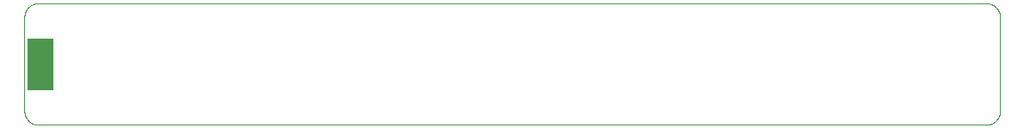
<source format=gbp>
G75*
%MOIN*%
%OFA0B0*%
%FSLAX25Y25*%
%IPPOS*%
%LPD*%
%AMOC8*
5,1,8,0,0,1.08239X$1,22.5*
%
%ADD10C,0.00000*%
%ADD11R,0.10000X0.20000*%
D10*
X0007412Y0020559D02*
X0374341Y0020559D01*
X0374341Y0020558D02*
X0374488Y0020560D01*
X0374634Y0020566D01*
X0374781Y0020576D01*
X0374927Y0020589D01*
X0375073Y0020607D01*
X0375218Y0020628D01*
X0375362Y0020653D01*
X0375506Y0020683D01*
X0375649Y0020715D01*
X0375791Y0020752D01*
X0375932Y0020793D01*
X0376072Y0020837D01*
X0376211Y0020885D01*
X0376348Y0020936D01*
X0376484Y0020992D01*
X0376619Y0021051D01*
X0376751Y0021113D01*
X0376883Y0021179D01*
X0377012Y0021248D01*
X0377139Y0021321D01*
X0377265Y0021397D01*
X0377388Y0021477D01*
X0377509Y0021560D01*
X0377628Y0021645D01*
X0377745Y0021735D01*
X0377859Y0021827D01*
X0377971Y0021922D01*
X0378080Y0022020D01*
X0378186Y0022121D01*
X0378290Y0022225D01*
X0378391Y0022331D01*
X0378489Y0022440D01*
X0378584Y0022552D01*
X0378676Y0022666D01*
X0378766Y0022783D01*
X0378851Y0022902D01*
X0378934Y0023023D01*
X0379014Y0023146D01*
X0379090Y0023272D01*
X0379163Y0023399D01*
X0379232Y0023528D01*
X0379298Y0023660D01*
X0379360Y0023792D01*
X0379419Y0023927D01*
X0379475Y0024063D01*
X0379526Y0024200D01*
X0379574Y0024339D01*
X0379618Y0024479D01*
X0379659Y0024620D01*
X0379696Y0024762D01*
X0379728Y0024905D01*
X0379758Y0025049D01*
X0379783Y0025193D01*
X0379804Y0025338D01*
X0379822Y0025484D01*
X0379835Y0025630D01*
X0379845Y0025777D01*
X0379851Y0025923D01*
X0379853Y0026070D01*
X0379853Y0062291D01*
X0379851Y0062438D01*
X0379845Y0062584D01*
X0379835Y0062731D01*
X0379822Y0062877D01*
X0379804Y0063023D01*
X0379783Y0063168D01*
X0379758Y0063312D01*
X0379728Y0063456D01*
X0379696Y0063599D01*
X0379659Y0063741D01*
X0379618Y0063882D01*
X0379574Y0064022D01*
X0379526Y0064161D01*
X0379475Y0064298D01*
X0379419Y0064434D01*
X0379360Y0064569D01*
X0379298Y0064701D01*
X0379232Y0064833D01*
X0379163Y0064962D01*
X0379090Y0065089D01*
X0379014Y0065215D01*
X0378934Y0065338D01*
X0378851Y0065459D01*
X0378766Y0065578D01*
X0378676Y0065695D01*
X0378584Y0065809D01*
X0378489Y0065921D01*
X0378391Y0066030D01*
X0378290Y0066136D01*
X0378186Y0066240D01*
X0378080Y0066341D01*
X0377971Y0066439D01*
X0377859Y0066534D01*
X0377745Y0066626D01*
X0377628Y0066716D01*
X0377509Y0066801D01*
X0377388Y0066884D01*
X0377265Y0066964D01*
X0377139Y0067040D01*
X0377012Y0067113D01*
X0376883Y0067182D01*
X0376751Y0067248D01*
X0376619Y0067310D01*
X0376484Y0067369D01*
X0376348Y0067425D01*
X0376211Y0067476D01*
X0376072Y0067524D01*
X0375932Y0067568D01*
X0375791Y0067609D01*
X0375649Y0067646D01*
X0375506Y0067678D01*
X0375362Y0067708D01*
X0375218Y0067733D01*
X0375073Y0067754D01*
X0374927Y0067772D01*
X0374781Y0067785D01*
X0374634Y0067795D01*
X0374488Y0067801D01*
X0374341Y0067803D01*
X0007412Y0067803D01*
X0007265Y0067801D01*
X0007119Y0067795D01*
X0006972Y0067785D01*
X0006826Y0067772D01*
X0006680Y0067754D01*
X0006535Y0067733D01*
X0006391Y0067708D01*
X0006247Y0067678D01*
X0006104Y0067646D01*
X0005962Y0067609D01*
X0005821Y0067568D01*
X0005681Y0067524D01*
X0005542Y0067476D01*
X0005405Y0067425D01*
X0005269Y0067369D01*
X0005134Y0067310D01*
X0005002Y0067248D01*
X0004870Y0067182D01*
X0004741Y0067113D01*
X0004614Y0067040D01*
X0004488Y0066964D01*
X0004365Y0066884D01*
X0004244Y0066801D01*
X0004125Y0066716D01*
X0004008Y0066626D01*
X0003894Y0066534D01*
X0003782Y0066439D01*
X0003673Y0066341D01*
X0003567Y0066240D01*
X0003463Y0066136D01*
X0003362Y0066030D01*
X0003264Y0065921D01*
X0003169Y0065809D01*
X0003077Y0065695D01*
X0002987Y0065578D01*
X0002902Y0065459D01*
X0002819Y0065338D01*
X0002739Y0065215D01*
X0002663Y0065089D01*
X0002590Y0064962D01*
X0002521Y0064833D01*
X0002455Y0064701D01*
X0002393Y0064569D01*
X0002334Y0064434D01*
X0002278Y0064298D01*
X0002227Y0064161D01*
X0002179Y0064022D01*
X0002135Y0063882D01*
X0002094Y0063741D01*
X0002057Y0063599D01*
X0002025Y0063456D01*
X0001995Y0063312D01*
X0001970Y0063168D01*
X0001949Y0063023D01*
X0001931Y0062877D01*
X0001918Y0062731D01*
X0001908Y0062584D01*
X0001902Y0062438D01*
X0001900Y0062291D01*
X0001900Y0026070D01*
X0001902Y0025923D01*
X0001908Y0025777D01*
X0001918Y0025630D01*
X0001931Y0025484D01*
X0001949Y0025338D01*
X0001970Y0025193D01*
X0001995Y0025049D01*
X0002025Y0024905D01*
X0002057Y0024762D01*
X0002094Y0024620D01*
X0002135Y0024479D01*
X0002179Y0024339D01*
X0002227Y0024200D01*
X0002278Y0024063D01*
X0002334Y0023927D01*
X0002393Y0023792D01*
X0002455Y0023660D01*
X0002521Y0023528D01*
X0002590Y0023399D01*
X0002663Y0023272D01*
X0002739Y0023146D01*
X0002819Y0023023D01*
X0002902Y0022902D01*
X0002987Y0022783D01*
X0003077Y0022666D01*
X0003169Y0022552D01*
X0003264Y0022440D01*
X0003362Y0022331D01*
X0003463Y0022225D01*
X0003567Y0022121D01*
X0003673Y0022020D01*
X0003782Y0021922D01*
X0003894Y0021827D01*
X0004008Y0021735D01*
X0004125Y0021645D01*
X0004244Y0021560D01*
X0004365Y0021477D01*
X0004488Y0021397D01*
X0004614Y0021321D01*
X0004741Y0021248D01*
X0004870Y0021179D01*
X0005002Y0021113D01*
X0005134Y0021051D01*
X0005269Y0020992D01*
X0005405Y0020936D01*
X0005542Y0020885D01*
X0005681Y0020837D01*
X0005821Y0020793D01*
X0005962Y0020752D01*
X0006104Y0020715D01*
X0006247Y0020683D01*
X0006391Y0020653D01*
X0006535Y0020628D01*
X0006680Y0020607D01*
X0006826Y0020589D01*
X0006972Y0020576D01*
X0007119Y0020566D01*
X0007265Y0020560D01*
X0007412Y0020558D01*
D11*
X0008200Y0044181D03*
M02*

</source>
